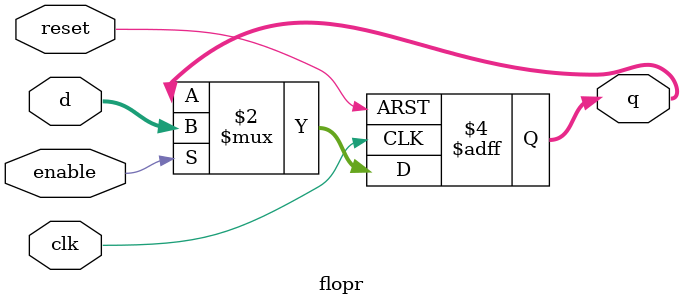
<source format=sv>
`timescale 1ns / 1ps


module flopr#
    (parameter WIDTH = 8)
    (input logic clk, reset,enable,
     input logic [WIDTH-1:0] d,
     output logic [WIDTH-1:0] q);

always_ff @(posedge clk, posedge reset)
    if (reset) q <= 0;
    else if(enable) q <= d;
    
endmodule

</source>
